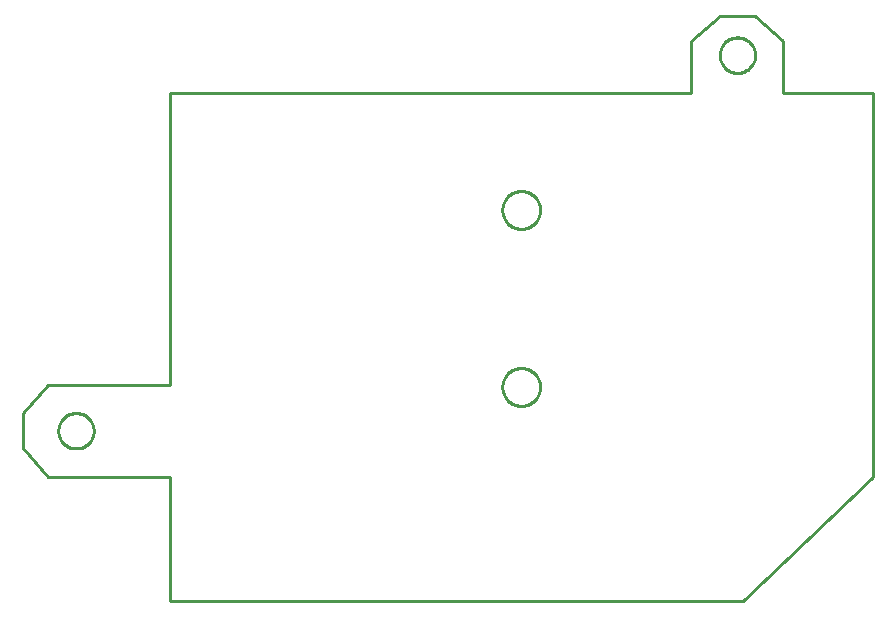
<source format=gbr>
G04 EAGLE Gerber RS-274X export*
G75*
%MOMM*%
%FSLAX34Y34*%
%LPD*%
%IN*%
%IPPOS*%
%AMOC8*
5,1,8,0,0,1.08239X$1,22.5*%
G01*
%ADD10C,0.254000*%


D10*
X0Y129000D02*
X21000Y105000D01*
X125000Y105000D01*
X125000Y0D01*
X610000Y0D01*
X720000Y105000D01*
X720000Y430000D01*
X644000Y430000D01*
X644000Y474000D01*
X620000Y495000D01*
X590000Y495000D01*
X566000Y474000D01*
X566000Y430000D01*
X125000Y430000D01*
X125000Y183000D01*
X21000Y183000D01*
X0Y159000D01*
X0Y129000D01*
X620000Y461464D02*
X619924Y460396D01*
X619771Y459335D01*
X619543Y458288D01*
X619241Y457260D01*
X618867Y456256D01*
X618422Y455281D01*
X617908Y454341D01*
X617329Y453440D01*
X616687Y452582D01*
X615985Y451772D01*
X615228Y451015D01*
X614418Y450313D01*
X613560Y449671D01*
X612659Y449092D01*
X611719Y448578D01*
X610744Y448133D01*
X609740Y447759D01*
X608712Y447457D01*
X607665Y447229D01*
X606604Y447076D01*
X605536Y447000D01*
X604464Y447000D01*
X603396Y447076D01*
X602335Y447229D01*
X601288Y447457D01*
X600260Y447759D01*
X599256Y448133D01*
X598281Y448578D01*
X597341Y449092D01*
X596440Y449671D01*
X595582Y450313D01*
X594772Y451015D01*
X594015Y451772D01*
X593313Y452582D01*
X592671Y453440D01*
X592092Y454341D01*
X591578Y455281D01*
X591133Y456256D01*
X590759Y457260D01*
X590457Y458288D01*
X590229Y459335D01*
X590076Y460396D01*
X590000Y461464D01*
X590000Y462536D01*
X590076Y463604D01*
X590229Y464665D01*
X590457Y465712D01*
X590759Y466740D01*
X591133Y467744D01*
X591578Y468719D01*
X592092Y469659D01*
X592671Y470560D01*
X593313Y471418D01*
X594015Y472228D01*
X594772Y472985D01*
X595582Y473687D01*
X596440Y474329D01*
X597341Y474908D01*
X598281Y475422D01*
X599256Y475867D01*
X600260Y476241D01*
X601288Y476543D01*
X602335Y476771D01*
X603396Y476924D01*
X604464Y477000D01*
X605536Y477000D01*
X606604Y476924D01*
X607665Y476771D01*
X608712Y476543D01*
X609740Y476241D01*
X610744Y475867D01*
X611719Y475422D01*
X612659Y474908D01*
X613560Y474329D01*
X614418Y473687D01*
X615228Y472985D01*
X615985Y472228D01*
X616687Y471418D01*
X617329Y470560D01*
X617908Y469659D01*
X618422Y468719D01*
X618867Y467744D01*
X619241Y466740D01*
X619543Y465712D01*
X619771Y464665D01*
X619924Y463604D01*
X620000Y462536D01*
X620000Y461464D01*
X60000Y143464D02*
X59924Y142396D01*
X59771Y141335D01*
X59543Y140288D01*
X59241Y139260D01*
X58867Y138256D01*
X58422Y137281D01*
X57908Y136341D01*
X57329Y135440D01*
X56687Y134582D01*
X55985Y133772D01*
X55228Y133015D01*
X54418Y132313D01*
X53560Y131671D01*
X52659Y131092D01*
X51719Y130578D01*
X50744Y130133D01*
X49740Y129759D01*
X48712Y129457D01*
X47665Y129229D01*
X46604Y129076D01*
X45536Y129000D01*
X44464Y129000D01*
X43396Y129076D01*
X42335Y129229D01*
X41288Y129457D01*
X40260Y129759D01*
X39256Y130133D01*
X38281Y130578D01*
X37341Y131092D01*
X36440Y131671D01*
X35582Y132313D01*
X34772Y133015D01*
X34015Y133772D01*
X33313Y134582D01*
X32671Y135440D01*
X32092Y136341D01*
X31578Y137281D01*
X31133Y138256D01*
X30759Y139260D01*
X30457Y140288D01*
X30229Y141335D01*
X30076Y142396D01*
X30000Y143464D01*
X30000Y144536D01*
X30076Y145604D01*
X30229Y146665D01*
X30457Y147712D01*
X30759Y148740D01*
X31133Y149744D01*
X31578Y150719D01*
X32092Y151659D01*
X32671Y152560D01*
X33313Y153418D01*
X34015Y154228D01*
X34772Y154985D01*
X35582Y155687D01*
X36440Y156329D01*
X37341Y156908D01*
X38281Y157422D01*
X39256Y157867D01*
X40260Y158241D01*
X41288Y158543D01*
X42335Y158771D01*
X43396Y158924D01*
X44464Y159000D01*
X45536Y159000D01*
X46604Y158924D01*
X47665Y158771D01*
X48712Y158543D01*
X49740Y158241D01*
X50744Y157867D01*
X51719Y157422D01*
X52659Y156908D01*
X53560Y156329D01*
X54418Y155687D01*
X55228Y154985D01*
X55985Y154228D01*
X56687Y153418D01*
X57329Y152560D01*
X57908Y151659D01*
X58422Y150719D01*
X58867Y149744D01*
X59241Y148740D01*
X59543Y147712D01*
X59771Y146665D01*
X59924Y145604D01*
X60000Y144536D01*
X60000Y143464D01*
X406000Y180526D02*
X406069Y179481D01*
X406205Y178442D01*
X406410Y177415D01*
X406681Y176403D01*
X407017Y175411D01*
X407418Y174443D01*
X407882Y173504D01*
X408406Y172596D01*
X408988Y171725D01*
X409625Y170894D01*
X410316Y170107D01*
X411057Y169366D01*
X411844Y168675D01*
X412675Y168038D01*
X413546Y167456D01*
X414454Y166932D01*
X415393Y166468D01*
X416361Y166067D01*
X417353Y165731D01*
X418365Y165460D01*
X419392Y165255D01*
X420431Y165119D01*
X421476Y165050D01*
X422524Y165050D01*
X423569Y165119D01*
X424608Y165255D01*
X425635Y165460D01*
X426647Y165731D01*
X427639Y166067D01*
X428607Y166468D01*
X429546Y166932D01*
X430454Y167456D01*
X431325Y168038D01*
X432156Y168675D01*
X432943Y169366D01*
X433684Y170107D01*
X434375Y170894D01*
X435013Y171725D01*
X435595Y172596D01*
X436118Y173504D01*
X436582Y174443D01*
X436983Y175411D01*
X437319Y176403D01*
X437590Y177415D01*
X437795Y178442D01*
X437932Y179481D01*
X438000Y180526D01*
X438000Y181574D01*
X437932Y182619D01*
X437795Y183658D01*
X437590Y184685D01*
X437319Y185697D01*
X436983Y186689D01*
X436582Y187657D01*
X436118Y188596D01*
X435595Y189504D01*
X435013Y190375D01*
X434375Y191206D01*
X433684Y191993D01*
X432943Y192734D01*
X432156Y193425D01*
X431325Y194063D01*
X430454Y194645D01*
X429546Y195168D01*
X428607Y195632D01*
X427639Y196033D01*
X426647Y196369D01*
X425635Y196640D01*
X424608Y196845D01*
X423569Y196982D01*
X422524Y197050D01*
X421476Y197050D01*
X420431Y196982D01*
X419392Y196845D01*
X418365Y196640D01*
X417353Y196369D01*
X416361Y196033D01*
X415393Y195632D01*
X414454Y195168D01*
X413546Y194645D01*
X412675Y194063D01*
X411844Y193425D01*
X411057Y192734D01*
X410316Y191993D01*
X409625Y191206D01*
X408988Y190375D01*
X408406Y189504D01*
X407882Y188596D01*
X407418Y187657D01*
X407017Y186689D01*
X406681Y185697D01*
X406410Y184685D01*
X406205Y183658D01*
X406069Y182619D01*
X406000Y181574D01*
X406000Y180526D01*
X406000Y330426D02*
X406069Y329381D01*
X406205Y328342D01*
X406410Y327315D01*
X406681Y326303D01*
X407017Y325311D01*
X407418Y324343D01*
X407882Y323404D01*
X408406Y322496D01*
X408988Y321625D01*
X409625Y320794D01*
X410316Y320007D01*
X411057Y319266D01*
X411844Y318575D01*
X412675Y317938D01*
X413546Y317356D01*
X414454Y316832D01*
X415393Y316368D01*
X416361Y315967D01*
X417353Y315631D01*
X418365Y315360D01*
X419392Y315155D01*
X420431Y315019D01*
X421476Y314950D01*
X422524Y314950D01*
X423569Y315019D01*
X424608Y315155D01*
X425635Y315360D01*
X426647Y315631D01*
X427639Y315967D01*
X428607Y316368D01*
X429546Y316832D01*
X430454Y317356D01*
X431325Y317938D01*
X432156Y318575D01*
X432943Y319266D01*
X433684Y320007D01*
X434375Y320794D01*
X435013Y321625D01*
X435595Y322496D01*
X436118Y323404D01*
X436582Y324343D01*
X436983Y325311D01*
X437319Y326303D01*
X437590Y327315D01*
X437795Y328342D01*
X437932Y329381D01*
X438000Y330426D01*
X438000Y331474D01*
X437932Y332519D01*
X437795Y333558D01*
X437590Y334585D01*
X437319Y335597D01*
X436983Y336589D01*
X436582Y337557D01*
X436118Y338496D01*
X435595Y339404D01*
X435013Y340275D01*
X434375Y341106D01*
X433684Y341893D01*
X432943Y342634D01*
X432156Y343325D01*
X431325Y343963D01*
X430454Y344545D01*
X429546Y345068D01*
X428607Y345532D01*
X427639Y345933D01*
X426647Y346269D01*
X425635Y346540D01*
X424608Y346745D01*
X423569Y346882D01*
X422524Y346950D01*
X421476Y346950D01*
X420431Y346882D01*
X419392Y346745D01*
X418365Y346540D01*
X417353Y346269D01*
X416361Y345933D01*
X415393Y345532D01*
X414454Y345068D01*
X413546Y344545D01*
X412675Y343963D01*
X411844Y343325D01*
X411057Y342634D01*
X410316Y341893D01*
X409625Y341106D01*
X408988Y340275D01*
X408406Y339404D01*
X407882Y338496D01*
X407418Y337557D01*
X407017Y336589D01*
X406681Y335597D01*
X406410Y334585D01*
X406205Y333558D01*
X406069Y332519D01*
X406000Y331474D01*
X406000Y330426D01*
M02*

</source>
